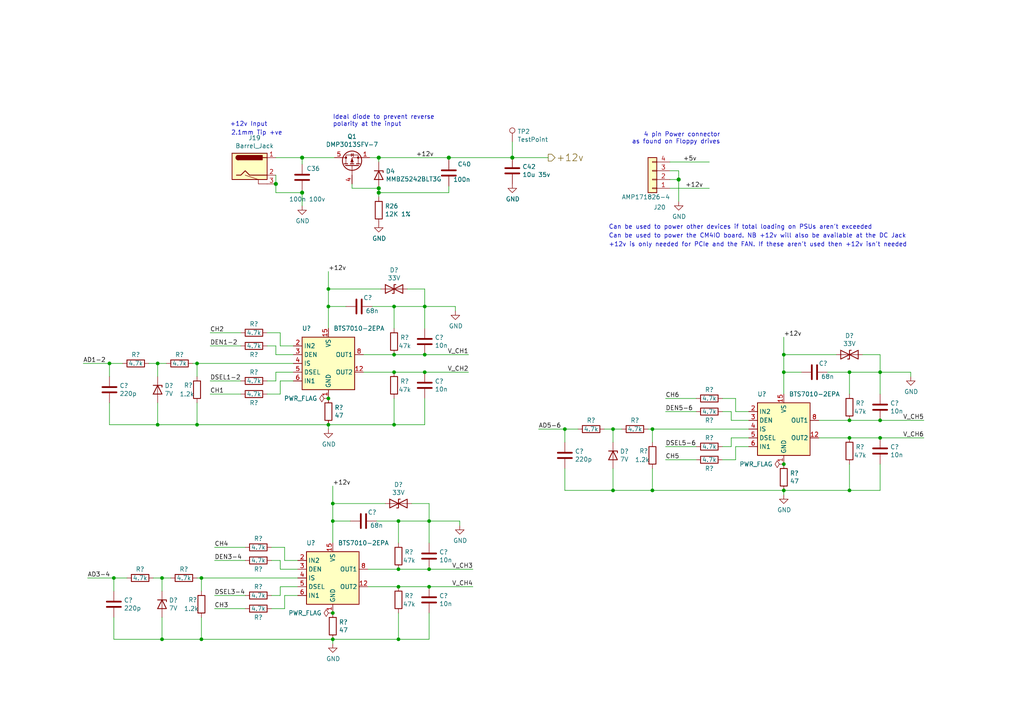
<source format=kicad_sch>
(kicad_sch (version 20210621) (generator eeschema)
  (paper "A4")
  (title_block (title "Astro Compute Module 4 - PSU") (date "2021-07-27") (rev "1") (company "Andrew Chittams") (comment 1 "https://github.com/chittams/AstroCM4") (comment 2 "www.raspberrypi.org"))
  (lib_symbols
    (symbol "CM4IO:Barrel_Jack"
      (property "Reference" "J" (at 0 5.334 0))
      (property "Value" "Barrel_Jack" (at 0 -5.08 0))
      (symbol "Barrel_Jack_1_1"
        (pin passive line (at 7.62 2.54 180) (length 2.54) (name "~") (number "1"))
        (pin passive line (at 7.62 -2.54 180) (length 2.54) (name "~") (number "2"))
        (pin passive line (at 7.62 -5.08 180) (length 2.54) (name "~") (number "3"))
      )
    )
    (symbol "Connector:TestPoint" (pin_numbers hide) (pin_names (offset 0.762) hide)
      (property "Reference" "TP" (at 0 6.858 0))
      (property "Value" "TestPoint" (at 0 5.08 0))
      (symbol "TestPoint_1_1"
        (pin passive line (at 0 0 90) (length 2.54) (name "1") (number "1"))
      )
    )
    (symbol "Connector_Generic:Conn_01x04" (pin_names hide)
      (property "Reference" "J" (at 0 5.08 0))
      (property "Value" "Conn_01x04" (at 0 -7.62 0))
      (symbol "Conn_01x04_1_1"
        (pin passive line (at -5.08 2.54 0) (length 3.81) (name "Pin_1") (number "1"))
        (pin passive line (at -5.08 0 0) (length 3.81) (name "Pin_2") (number "2"))
        (pin passive line (at -5.08 -2.54 0) (length 3.81) (name "Pin_3") (number "3"))
        (pin passive line (at -5.08 -5.08 0) (length 3.81) (name "Pin_4") (number "4"))
      )
    )
    (symbol "Device:C" (pin_numbers hide) (pin_names (offset 0.254))
      (property "Reference" "C" (at 0.635 2.54 0))
      (property "Value" "C" (at 0.635 -2.54 0))
      (symbol "C_1_1"
        (pin passive line (at 0 3.81 270) (length 2.794) (name "~") (number "1"))
        (pin passive line (at 0 -3.81 90) (length 2.794) (name "~") (number "2"))
      )
    )
    (symbol "Device:R" (pin_numbers hide) (pin_names (offset 0))
      (property "Reference" "R" (at 2.032 0 90))
      (property "Value" "R" (at 0 0 90))
      (symbol "R_1_1"
        (pin passive line (at 0 3.81 270) (length 1.27) (name "~") (number "1"))
        (pin passive line (at 0 -3.81 90) (length 1.27) (name "~") (number "2"))
      )
    )
    (symbol "Diode:BZX84Cxx" (pin_numbers hide) (pin_names hide)
      (property "Reference" "D" (at 0 2.54 0))
      (property "Value" "BZX84Cxx" (at 0 -2.54 0))
      (symbol "BZX84Cxx_1_1"
        (pin passive line (at -3.81 0 0) (length 2.54) (name "K") (number "1"))
        (pin passive line (at 3.81 0 180) (length 2.54) (name "A") (number "2"))
      )
    )
    (symbol "Transistor_FET:DMP3013SFV" (pin_names hide)
      (property "Reference" "Q" (at 5.08 1.905 0))
      (property "Value" "DMP3013SFV" (at 5.08 0 0))
      (symbol "DMP3013SFV_1_1"
        (pin passive line (at 2.54 -5.08 90) (length 2.54) (name "S") (number "1"))
        (pin passive line (at 2.54 -5.08 90) (length 2.54) hide (name "S") (number "2"))
        (pin passive line (at 2.54 -5.08 90) (length 2.54) hide (name "S") (number "3"))
        (pin passive line (at -5.08 0 0) (length 2.54) (name "G") (number "4"))
        (pin passive line (at 2.54 5.08 270) (length 2.54) (name "D") (number "5"))
      )
    )
    (symbol "astrohat-rescue:C-Device" (pin_numbers hide) (pin_names (offset 0.254))
      (property "Reference" "C" (at 0.635 2.54 0))
      (property "Value" "C-Device" (at 0.635 -2.54 0))
      (symbol "C-Device_1_1"
        (pin passive line (at 0 3.81 270) (length 2.794) (name "~") (number "1"))
        (pin passive line (at 0 -3.81 90) (length 2.794) (name "~") (number "2"))
      )
    )
    (symbol "astrohat-rescue:D_TVS-Device" (pin_numbers hide) (pin_names (offset 1.016) hide)
      (property "Reference" "D" (at 0 2.54 0))
      (property "Value" "D_TVS-Device" (at 0 -2.54 0))
      (symbol "D_TVS-Device_1_1"
        (pin passive line (at -3.81 0 0) (length 2.54) (name "A1") (number "1"))
        (pin passive line (at 3.81 0 180) (length 2.54) (name "A2") (number "2"))
      )
    )
    (symbol "astrohat-rescue:D_Zener-Device" (pin_numbers hide) (pin_names (offset 1.016) hide)
      (property "Reference" "D" (at 0 2.54 0))
      (property "Value" "D_Zener-Device" (at 0 -2.54 0))
      (symbol "D_Zener-Device_1_1"
        (pin passive line (at -3.81 0 0) (length 2.54) (name "K") (number "1"))
        (pin passive line (at 3.81 0 180) (length 2.54) (name "A") (number "2"))
      )
    )
    (symbol "astrohat-rescue:GND-power" (power) (pin_names (offset 0))
      (property "Value" "GND-power" (at 0 -3.81 0))
      (symbol "GND-power_1_1"
        (pin power_in line (at 0 0 270) (length 0) hide (name "GND") (number "1"))
      )
    )
    (symbol "astrohat-rescue:PWR_FLAG-power" (power) (pin_numbers hide) (pin_names (offset 0) hide)
      (property "Value" "PWR_FLAG-power" (at 0 3.81 0))
      (symbol "PWR_FLAG-power_0_0"
        (pin power_out line (at 0 0 90) (length 0) (name "pwr") (number "1"))
      )
    )
    (symbol "astrohat-rescue:R-Device" (pin_numbers hide) (pin_names (offset 0))
      (property "Reference" "R" (at 2.032 0 90))
      (property "Value" "R-Device" (at 0 0 90))
      (symbol "R-Device_1_1"
        (pin passive line (at 0 3.81 270) (length 1.27) (name "~") (number "1"))
        (pin passive line (at 0 -3.81 90) (length 1.27) (name "~") (number "2"))
      )
    )
    (symbol "astrohat:BTS7010-2EPA"
      (property "Reference" "U" (at -7.62 10.16 0))
      (property "Value" "BTS7010-2EPA" (at 10.16 10.16 0))
      (symbol "BTS7010-2EPA_1_1"
        (pin power_in line (at 0 -10.16 90) (length 2.54) (name "GND") (number "1"))
        (pin passive line (at 10.16 2.54 180) (length 2.54) hide (name "OUT1") (number "10"))
        (pin no_connect line (at 7.62 5.08 180) (length 2.54) hide (name "NC") (number "11"))
        (pin power_out line (at 10.16 -2.54 180) (length 2.54) (name "OUT2") (number "12"))
        (pin passive line (at 10.16 -2.54 180) (length 2.54) hide (name "OUT2") (number "13"))
        (pin passive line (at 10.16 -2.54 180) (length 2.54) hide (name "OUT2") (number "14"))
        (pin power_in line (at 0 10.16 270) (length 2.54) (name "VS") (number "15"))
        (pin input line (at -10.16 5.08 0) (length 2.54) (name "IN2") (number "2"))
        (pin input line (at -10.16 2.54 0) (length 2.54) (name "DEN") (number "3"))
        (pin output line (at -10.16 0 0) (length 2.54) (name "IS") (number "4"))
        (pin input line (at -10.16 -2.54 0) (length 2.54) (name "DSEL") (number "5"))
        (pin input line (at -10.16 -5.08 0) (length 2.54) (name "IN1") (number "6"))
        (pin no_connect line (at 7.62 -5.08 180) (length 2.54) hide (name "NC") (number "7"))
        (pin power_out line (at 10.16 2.54 180) (length 2.54) (name "OUT1") (number "8"))
        (pin passive line (at 10.16 2.54 180) (length 2.54) hide (name "OUT1") (number "9"))
      )
    )
    (symbol "power:GND" (power) (pin_names (offset 0))
      (property "Value" "GND" (at 0 -3.81 0))
      (symbol "GND_1_1"
        (pin power_in line (at 0 0 270) (length 0) hide (name "GND") (number "1"))
      )
    )
  )
  (junction (at 31.75 105.41) (diameter 0.9144))
  (junction (at 33.02 167.64) (diameter 0.9144))
  (junction (at 45.72 105.41) (diameter 0.9144))
  (junction (at 45.72 123.19) (diameter 0.9144))
  (junction (at 46.99 167.64) (diameter 0.9144))
  (junction (at 46.99 185.42) (diameter 0.9144))
  (junction (at 57.15 105.41) (diameter 0.9144))
  (junction (at 57.15 123.19) (diameter 0.9144))
  (junction (at 58.42 167.64) (diameter 0.9144))
  (junction (at 58.42 185.42) (diameter 0.9144))
  (junction (at 80.01 53.34) (diameter 1.016))
  (junction (at 87.63 45.72) (diameter 1.016))
  (junction (at 87.63 55.88) (diameter 1.016))
  (junction (at 95.25 83.82) (diameter 0.9144))
  (junction (at 95.25 88.9) (diameter 0.9144))
  (junction (at 95.25 115.57) (diameter 0.9144))
  (junction (at 95.25 123.19) (diameter 0.9144))
  (junction (at 96.52 146.05) (diameter 0.9144))
  (junction (at 96.52 151.13) (diameter 0.9144))
  (junction (at 96.52 177.8) (diameter 0.9144))
  (junction (at 96.52 185.42) (diameter 0.9144))
  (junction (at 109.855 45.72) (diameter 1.016))
  (junction (at 109.855 54.61) (diameter 1.016))
  (junction (at 109.855 55.88) (diameter 1.016))
  (junction (at 114.3 88.9) (diameter 0.9144))
  (junction (at 114.3 102.87) (diameter 0.9144))
  (junction (at 114.3 107.95) (diameter 0.9144))
  (junction (at 114.3 123.19) (diameter 0.9144))
  (junction (at 115.57 151.13) (diameter 0.9144))
  (junction (at 115.57 165.1) (diameter 0.9144))
  (junction (at 115.57 170.18) (diameter 0.9144))
  (junction (at 115.57 185.42) (diameter 0.9144))
  (junction (at 123.19 88.9) (diameter 0.9144))
  (junction (at 123.19 102.87) (diameter 0.9144))
  (junction (at 123.19 107.95) (diameter 0.9144))
  (junction (at 124.46 151.13) (diameter 0.9144))
  (junction (at 124.46 165.1) (diameter 0.9144))
  (junction (at 124.46 170.18) (diameter 0.9144))
  (junction (at 130.175 45.72) (diameter 1.016))
  (junction (at 148.59 45.72) (diameter 1.016))
  (junction (at 163.83 124.46) (diameter 0.9144))
  (junction (at 177.8 124.46) (diameter 0.9144))
  (junction (at 177.8 142.24) (diameter 0.9144))
  (junction (at 189.23 124.46) (diameter 0.9144))
  (junction (at 189.23 142.24) (diameter 0.9144))
  (junction (at 196.85 52.07) (diameter 1.016))
  (junction (at 227.33 102.87) (diameter 0.9144))
  (junction (at 227.33 107.95) (diameter 0.9144))
  (junction (at 227.33 134.62) (diameter 0.9144))
  (junction (at 227.33 142.24) (diameter 0.9144))
  (junction (at 246.38 107.95) (diameter 0.9144))
  (junction (at 246.38 121.92) (diameter 0.9144))
  (junction (at 246.38 127) (diameter 0.9144))
  (junction (at 246.38 142.24) (diameter 0.9144))
  (junction (at 255.27 107.95) (diameter 0.9144))
  (junction (at 255.27 121.92) (diameter 0.9144))
  (junction (at 255.27 127) (diameter 0.9144))
  (wire (pts (xy 24.13 105.41) (xy 31.75 105.41)))
  (wire (pts (xy 25.4 167.64) (xy 33.02 167.64)))
  (wire (pts (xy 31.75 105.41) (xy 35.56 105.41)))
  (wire (pts (xy 31.75 109.22) (xy 31.75 105.41)))
  (wire (pts (xy 31.75 116.84) (xy 31.75 123.19)))
  (wire (pts (xy 31.75 123.19) (xy 45.72 123.19)))
  (wire (pts (xy 33.02 167.64) (xy 36.83 167.64)))
  (wire (pts (xy 33.02 171.45) (xy 33.02 167.64)))
  (wire (pts (xy 33.02 179.07) (xy 33.02 185.42)))
  (wire (pts (xy 33.02 185.42) (xy 46.99 185.42)))
  (wire (pts (xy 43.18 105.41) (xy 45.72 105.41)))
  (wire (pts (xy 44.45 167.64) (xy 46.99 167.64)))
  (wire (pts (xy 45.72 105.41) (xy 45.72 109.22)))
  (wire (pts (xy 45.72 116.84) (xy 45.72 123.19)))
  (wire (pts (xy 45.72 123.19) (xy 57.15 123.19)))
  (wire (pts (xy 46.99 167.64) (xy 46.99 171.45)))
  (wire (pts (xy 46.99 179.07) (xy 46.99 185.42)))
  (wire (pts (xy 46.99 185.42) (xy 58.42 185.42)))
  (wire (pts (xy 48.26 105.41) (xy 45.72 105.41)))
  (wire (pts (xy 49.53 167.64) (xy 46.99 167.64)))
  (wire (pts (xy 57.15 105.41) (xy 55.88 105.41)))
  (wire (pts (xy 57.15 109.22) (xy 57.15 105.41)))
  (wire (pts (xy 57.15 116.84) (xy 57.15 123.19)))
  (wire (pts (xy 57.15 123.19) (xy 95.25 123.19)))
  (wire (pts (xy 58.42 167.64) (xy 57.15 167.64)))
  (wire (pts (xy 58.42 171.45) (xy 58.42 167.64)))
  (wire (pts (xy 58.42 179.07) (xy 58.42 185.42)))
  (wire (pts (xy 58.42 185.42) (xy 96.52 185.42)))
  (wire (pts (xy 60.96 100.33) (xy 69.85 100.33)))
  (wire (pts (xy 62.23 162.56) (xy 71.12 162.56)))
  (wire (pts (xy 69.85 96.52) (xy 60.96 96.52)))
  (wire (pts (xy 69.85 110.49) (xy 60.96 110.49)))
  (wire (pts (xy 69.85 114.3) (xy 60.96 114.3)))
  (wire (pts (xy 71.12 158.75) (xy 62.23 158.75)))
  (wire (pts (xy 71.12 172.72) (xy 62.23 172.72)))
  (wire (pts (xy 71.12 176.53) (xy 62.23 176.53)))
  (wire (pts (xy 77.47 100.33) (xy 80.01 100.33)))
  (wire (pts (xy 77.47 114.3) (xy 81.28 114.3)))
  (wire (pts (xy 78.74 162.56) (xy 81.28 162.56)))
  (wire (pts (xy 78.74 176.53) (xy 82.55 176.53)))
  (wire (pts (xy 80.01 45.72) (xy 87.63 45.72)))
  (wire (pts (xy 80.01 53.34) (xy 80.01 50.8)))
  (wire (pts (xy 80.01 55.88) (xy 80.01 53.34)))
  (wire (pts (xy 80.01 55.88) (xy 87.63 55.88)))
  (wire (pts (xy 80.01 100.33) (xy 80.01 102.87)))
  (wire (pts (xy 80.01 102.87) (xy 85.09 102.87)))
  (wire (pts (xy 80.01 107.95) (xy 80.01 110.49)))
  (wire (pts (xy 80.01 110.49) (xy 77.47 110.49)))
  (wire (pts (xy 81.28 96.52) (xy 77.47 96.52)))
  (wire (pts (xy 81.28 100.33) (xy 81.28 96.52)))
  (wire (pts (xy 81.28 110.49) (xy 85.09 110.49)))
  (wire (pts (xy 81.28 114.3) (xy 81.28 110.49)))
  (wire (pts (xy 81.28 162.56) (xy 81.28 165.1)))
  (wire (pts (xy 81.28 165.1) (xy 86.36 165.1)))
  (wire (pts (xy 81.28 170.18) (xy 81.28 172.72)))
  (wire (pts (xy 81.28 172.72) (xy 78.74 172.72)))
  (wire (pts (xy 82.55 158.75) (xy 78.74 158.75)))
  (wire (pts (xy 82.55 162.56) (xy 82.55 158.75)))
  (wire (pts (xy 82.55 172.72) (xy 86.36 172.72)))
  (wire (pts (xy 82.55 176.53) (xy 82.55 172.72)))
  (wire (pts (xy 85.09 100.33) (xy 81.28 100.33)))
  (wire (pts (xy 85.09 105.41) (xy 57.15 105.41)))
  (wire (pts (xy 85.09 107.95) (xy 80.01 107.95)))
  (wire (pts (xy 86.36 162.56) (xy 82.55 162.56)))
  (wire (pts (xy 86.36 167.64) (xy 58.42 167.64)))
  (wire (pts (xy 86.36 170.18) (xy 81.28 170.18)))
  (wire (pts (xy 87.63 45.72) (xy 87.63 47.625)))
  (wire (pts (xy 87.63 45.72) (xy 97.028 45.72)))
  (wire (pts (xy 87.63 55.245) (xy 87.63 55.88)))
  (wire (pts (xy 87.63 55.88) (xy 87.63 59.69)))
  (wire (pts (xy 95.25 83.82) (xy 95.25 78.74)))
  (wire (pts (xy 95.25 83.82) (xy 95.25 88.9)))
  (wire (pts (xy 95.25 88.9) (xy 95.25 95.25)))
  (wire (pts (xy 95.25 123.19) (xy 114.3 123.19)))
  (wire (pts (xy 95.25 124.46) (xy 95.25 123.19)))
  (wire (pts (xy 96.52 146.05) (xy 96.52 140.97)))
  (wire (pts (xy 96.52 146.05) (xy 96.52 151.13)))
  (wire (pts (xy 96.52 151.13) (xy 96.52 157.48)))
  (wire (pts (xy 96.52 185.42) (xy 115.57 185.42)))
  (wire (pts (xy 96.52 186.69) (xy 96.52 185.42)))
  (wire (pts (xy 100.33 88.9) (xy 95.25 88.9)))
  (wire (pts (xy 101.6 151.13) (xy 96.52 151.13)))
  (wire (pts (xy 102.108 53.34) (xy 102.108 54.61)))
  (wire (pts (xy 102.108 54.61) (xy 109.855 54.61)))
  (wire (pts (xy 105.41 102.87) (xy 114.3 102.87)))
  (wire (pts (xy 105.41 107.95) (xy 114.3 107.95)))
  (wire (pts (xy 106.68 165.1) (xy 115.57 165.1)))
  (wire (pts (xy 106.68 170.18) (xy 115.57 170.18)))
  (wire (pts (xy 107.188 45.72) (xy 109.855 45.72)))
  (wire (pts (xy 107.95 88.9) (xy 114.3 88.9)))
  (wire (pts (xy 109.22 151.13) (xy 115.57 151.13)))
  (wire (pts (xy 109.855 45.72) (xy 109.855 46.99)))
  (wire (pts (xy 109.855 45.72) (xy 130.175 45.72)))
  (wire (pts (xy 109.855 54.61) (xy 109.855 55.88)))
  (wire (pts (xy 109.855 55.88) (xy 109.855 57.15)))
  (wire (pts (xy 109.855 55.88) (xy 130.175 55.88)))
  (wire (pts (xy 110.49 83.82) (xy 95.25 83.82)))
  (wire (pts (xy 111.76 146.05) (xy 96.52 146.05)))
  (wire (pts (xy 114.3 88.9) (xy 123.19 88.9)))
  (wire (pts (xy 114.3 95.25) (xy 114.3 88.9)))
  (wire (pts (xy 114.3 102.87) (xy 123.19 102.87)))
  (wire (pts (xy 114.3 107.95) (xy 123.19 107.95)))
  (wire (pts (xy 114.3 123.19) (xy 114.3 115.57)))
  (wire (pts (xy 114.3 123.19) (xy 123.19 123.19)))
  (wire (pts (xy 115.57 151.13) (xy 124.46 151.13)))
  (wire (pts (xy 115.57 157.48) (xy 115.57 151.13)))
  (wire (pts (xy 115.57 165.1) (xy 124.46 165.1)))
  (wire (pts (xy 115.57 170.18) (xy 124.46 170.18)))
  (wire (pts (xy 115.57 185.42) (xy 115.57 177.8)))
  (wire (pts (xy 115.57 185.42) (xy 124.46 185.42)))
  (wire (pts (xy 118.11 83.82) (xy 123.19 83.82)))
  (wire (pts (xy 119.38 146.05) (xy 124.46 146.05)))
  (wire (pts (xy 123.19 83.82) (xy 123.19 88.9)))
  (wire (pts (xy 123.19 88.9) (xy 132.08 88.9)))
  (wire (pts (xy 123.19 95.25) (xy 123.19 88.9)))
  (wire (pts (xy 123.19 102.87) (xy 135.89 102.87)))
  (wire (pts (xy 123.19 107.95) (xy 135.89 107.95)))
  (wire (pts (xy 123.19 123.19) (xy 123.19 115.57)))
  (wire (pts (xy 124.46 146.05) (xy 124.46 151.13)))
  (wire (pts (xy 124.46 151.13) (xy 133.35 151.13)))
  (wire (pts (xy 124.46 157.48) (xy 124.46 151.13)))
  (wire (pts (xy 124.46 165.1) (xy 137.16 165.1)))
  (wire (pts (xy 124.46 170.18) (xy 137.16 170.18)))
  (wire (pts (xy 124.46 185.42) (xy 124.46 177.8)))
  (wire (pts (xy 130.175 45.72) (xy 130.175 46.355)))
  (wire (pts (xy 130.175 45.72) (xy 148.59 45.72)))
  (wire (pts (xy 130.175 55.88) (xy 130.175 53.975)))
  (wire (pts (xy 132.08 88.9) (xy 132.08 90.17)))
  (wire (pts (xy 133.35 151.13) (xy 133.35 152.4)))
  (wire (pts (xy 148.59 41.148) (xy 148.59 45.72)))
  (wire (pts (xy 148.59 45.72) (xy 159.004 45.72)))
  (wire (pts (xy 156.21 124.46) (xy 163.83 124.46)))
  (wire (pts (xy 163.83 124.46) (xy 167.64 124.46)))
  (wire (pts (xy 163.83 128.27) (xy 163.83 124.46)))
  (wire (pts (xy 163.83 135.89) (xy 163.83 142.24)))
  (wire (pts (xy 163.83 142.24) (xy 177.8 142.24)))
  (wire (pts (xy 175.26 124.46) (xy 177.8 124.46)))
  (wire (pts (xy 177.8 124.46) (xy 177.8 128.27)))
  (wire (pts (xy 177.8 135.89) (xy 177.8 142.24)))
  (wire (pts (xy 177.8 142.24) (xy 189.23 142.24)))
  (wire (pts (xy 180.34 124.46) (xy 177.8 124.46)))
  (wire (pts (xy 189.23 124.46) (xy 187.96 124.46)))
  (wire (pts (xy 189.23 128.27) (xy 189.23 124.46)))
  (wire (pts (xy 189.23 135.89) (xy 189.23 142.24)))
  (wire (pts (xy 189.23 142.24) (xy 227.33 142.24)))
  (wire (pts (xy 193.04 119.38) (xy 201.93 119.38)))
  (wire (pts (xy 194.31 46.99) (xy 205.74 46.99)))
  (wire (pts (xy 194.31 49.53) (xy 196.85 49.53)))
  (wire (pts (xy 194.31 52.07) (xy 196.85 52.07)))
  (wire (pts (xy 194.31 54.61) (xy 205.74 54.61)))
  (wire (pts (xy 196.85 49.53) (xy 196.85 52.07)))
  (wire (pts (xy 196.85 52.07) (xy 196.85 58.42)))
  (wire (pts (xy 201.93 115.57) (xy 193.04 115.57)))
  (wire (pts (xy 201.93 129.54) (xy 193.04 129.54)))
  (wire (pts (xy 201.93 133.35) (xy 193.04 133.35)))
  (wire (pts (xy 209.55 119.38) (xy 212.09 119.38)))
  (wire (pts (xy 209.55 133.35) (xy 213.36 133.35)))
  (wire (pts (xy 212.09 119.38) (xy 212.09 121.92)))
  (wire (pts (xy 212.09 121.92) (xy 217.17 121.92)))
  (wire (pts (xy 212.09 127) (xy 212.09 129.54)))
  (wire (pts (xy 212.09 129.54) (xy 209.55 129.54)))
  (wire (pts (xy 213.36 115.57) (xy 209.55 115.57)))
  (wire (pts (xy 213.36 119.38) (xy 213.36 115.57)))
  (wire (pts (xy 213.36 129.54) (xy 217.17 129.54)))
  (wire (pts (xy 213.36 133.35) (xy 213.36 129.54)))
  (wire (pts (xy 217.17 119.38) (xy 213.36 119.38)))
  (wire (pts (xy 217.17 124.46) (xy 189.23 124.46)))
  (wire (pts (xy 217.17 127) (xy 212.09 127)))
  (wire (pts (xy 227.33 102.87) (xy 227.33 97.79)))
  (wire (pts (xy 227.33 102.87) (xy 227.33 107.95)))
  (wire (pts (xy 227.33 107.95) (xy 227.33 114.3)))
  (wire (pts (xy 227.33 142.24) (xy 246.38 142.24)))
  (wire (pts (xy 227.33 143.51) (xy 227.33 142.24)))
  (wire (pts (xy 232.41 107.95) (xy 227.33 107.95)))
  (wire (pts (xy 237.49 121.92) (xy 246.38 121.92)))
  (wire (pts (xy 237.49 127) (xy 246.38 127)))
  (wire (pts (xy 240.03 107.95) (xy 246.38 107.95)))
  (wire (pts (xy 242.57 102.87) (xy 227.33 102.87)))
  (wire (pts (xy 246.38 107.95) (xy 255.27 107.95)))
  (wire (pts (xy 246.38 114.3) (xy 246.38 107.95)))
  (wire (pts (xy 246.38 121.92) (xy 255.27 121.92)))
  (wire (pts (xy 246.38 127) (xy 255.27 127)))
  (wire (pts (xy 246.38 142.24) (xy 246.38 134.62)))
  (wire (pts (xy 246.38 142.24) (xy 255.27 142.24)))
  (wire (pts (xy 250.19 102.87) (xy 255.27 102.87)))
  (wire (pts (xy 255.27 102.87) (xy 255.27 107.95)))
  (wire (pts (xy 255.27 107.95) (xy 264.16 107.95)))
  (wire (pts (xy 255.27 114.3) (xy 255.27 107.95)))
  (wire (pts (xy 255.27 121.92) (xy 267.97 121.92)))
  (wire (pts (xy 255.27 127) (xy 267.97 127)))
  (wire (pts (xy 255.27 142.24) (xy 255.27 134.62)))
  (wire (pts (xy 264.16 107.95) (xy 264.16 109.22)))
  (text "+12v Input" (at 66.675 36.83 0) (effects (font (size 1.27 1.27)) (justify left bottom)))
  (text "2.1mm Tip +ve" (at 81.915 39.37 180) (effects (font (size 1.27 1.27)) (justify right bottom)))
  (text "Ideal diode to prevent reverse\npolarity at the input" (at 96.52 36.83 0) (effects (font (size 1.27 1.27)) (justify left bottom)))
  (text "Can be used to power other devices if total loading on PSUs aren't exceeded" (at 176.53 66.675 0) (effects (font (size 1.27 1.27)) (justify left bottom)))
  (text "Can be used to power the CM4IO board. NB +12v will also be available at the DC Jack" (at 176.53 69.215 0) (effects (font (size 1.27 1.27)) (justify left bottom)))
  (text "+12v is only needed for PCIe and the FAN. If these aren't used then +12v isn't needed" (at 176.53 71.755 0) (effects (font (size 1.27 1.27)) (justify left bottom)))
  (text "4 pin Power connector\nas found on Floppy drives" (at 208.915 41.91 180) (effects (font (size 1.27 1.27)) (justify right bottom)))
  (label "AD1-2" (at 24.13 105.41 0))
  (label "AD3-4" (at 25.4 167.64 0))
  (label "CH2" (at 60.96 96.52 0))
  (label "DEN1-2" (at 60.96 100.33 0))
  (label "DSEL1-2" (at 60.96 110.49 0))
  (label "CH1" (at 60.96 114.3 0))
  (label "CH4" (at 62.23 158.75 0))
  (label "DEN3-4" (at 62.23 162.56 0))
  (label "DSEL3-4" (at 62.23 172.72 0))
  (label "CH3" (at 62.23 176.53 0))
  (label "+12v" (at 95.25 78.74 0))
  (label "+12v" (at 96.52 140.97 0))
  (label "+12v" (at 120.65 45.72 0))
  (label "V_CH1" (at 135.89 102.87 180))
  (label "V_CH2" (at 135.89 107.95 180))
  (label "V_CH3" (at 137.16 165.1 180))
  (label "V_CH4" (at 137.16 170.18 180))
  (label "AD5-6" (at 156.21 124.46 0))
  (label "CH6" (at 193.04 115.57 0))
  (label "DEN5-6" (at 193.04 119.38 0))
  (label "DSEL5-6" (at 193.04 129.54 0))
  (label "CH5" (at 193.04 133.35 0))
  (label "+5v" (at 198.12 46.99 0))
  (label "+12v" (at 198.755 54.61 0))
  (label "+12v" (at 227.33 97.79 0))
  (label "V_CH5" (at 267.97 121.92 180))
  (label "V_CH6" (at 267.97 127 180))
  (hierarchical_label "+12v" (shape output) (at 159.004 45.72 0) (effects (font (size 2.0066 2.0066))))
  (symbol (lib_id "astrohat-rescue:PWR_FLAG-power") (at 95.25 115.57 90) (unit 1)
    (property "Reference" "#FLG?" (effects hide))
    (property "Value" "PWR_FLAG" (at 92.0242 115.57 90) (effects (justify left)))
  )
  (symbol (lib_id "astrohat-rescue:PWR_FLAG-power") (at 96.52 177.8 90) (unit 1)
    (property "Reference" "#FLG?" (effects hide))
    (property "Value" "PWR_FLAG" (at 93.2942 177.8 90) (effects (justify left)))
  )
  (symbol (lib_id "astrohat-rescue:PWR_FLAG-power") (at 227.33 134.62 90) (unit 1)
    (property "Reference" "#FLG?" (effects hide))
    (property "Value" "PWR_FLAG" (at 224.1042 134.62 90) (effects (justify left)))
  )
  (symbol (lib_id "Connector:TestPoint") (at 148.59 41.148 0) (unit 1)
    (property "Reference" "TP2" (at 150.0632 38.1508 0) (effects (justify left)))
    (property "Value" "TestPoint" (at 150.0632 40.4622 0) (effects (justify left)))
    (property "Footprint" "TestPoint:TestPoint_Pad_2.0x2.0mm" (effects hide))
    (property "Field4" "nf" (effects hide))
    (property "Field5" "nf" (effects hide))
    (property "Field6" "nf" (effects hide))
    (property "Field7" "nf" (effects hide))
  )
  (symbol (lib_id "power:GND") (at 87.63 59.69 0) (unit 1)
    (property "Reference" "#PWR041" (effects hide))
    (property "Value" "GND" (at 87.757 64.0842 0))
  )
  (symbol (lib_id "astrohat-rescue:GND-power") (at 95.25 124.46 0) (unit 1)
    (property "Reference" "#PWR?" (effects hide))
    (property "Value" "GND" (at 95.377 128.8542 0))
  )
  (symbol (lib_id "astrohat-rescue:GND-power") (at 96.52 186.69 0) (unit 1)
    (property "Reference" "#PWR?" (effects hide))
    (property "Value" "GND" (at 96.647 191.0842 0))
  )
  (symbol (lib_id "power:GND") (at 109.855 64.77 0) (unit 1)
    (property "Reference" "#PWR042" (effects hide))
    (property "Value" "GND" (at 109.982 69.1642 0))
  )
  (symbol (lib_id "astrohat-rescue:GND-power") (at 132.08 90.17 0) (unit 1)
    (property "Reference" "#PWR?" (effects hide))
    (property "Value" "GND" (at 132.207 94.5642 0))
  )
  (symbol (lib_id "astrohat-rescue:GND-power") (at 133.35 152.4 0) (unit 1)
    (property "Reference" "#PWR?" (effects hide))
    (property "Value" "GND" (at 133.477 156.7942 0))
  )
  (symbol (lib_id "power:GND") (at 148.59 53.34 0) (unit 1)
    (property "Reference" "#PWR043" (effects hide))
    (property "Value" "GND" (at 148.717 57.7342 0))
  )
  (symbol (lib_id "power:GND") (at 196.85 58.42 0) (unit 1)
    (property "Reference" "#PWR045" (effects hide))
    (property "Value" "GND" (at 196.977 62.8142 0))
  )
  (symbol (lib_id "astrohat-rescue:GND-power") (at 227.33 143.51 0) (unit 1)
    (property "Reference" "#PWR?" (effects hide))
    (property "Value" "GND" (at 227.457 147.9042 0))
  )
  (symbol (lib_id "astrohat-rescue:GND-power") (at 264.16 109.22 0) (unit 1)
    (property "Reference" "#PWR?" (effects hide))
    (property "Value" "GND" (at 264.287 113.6142 0))
  )
  (symbol (lib_id "astrohat-rescue:R-Device") (at 39.37 105.41 270) (unit 1)
    (property "Reference" "R?" (at 39.37 102.87 90))
    (property "Value" "4.7k" (at 39.37 105.41 90))
    (property "Footprint" "Resistor_SMD:R_0603_1608Metric_Pad1.05x0.95mm_HandSolder" (effects hide))
    (property "MFN" "Panasonic" (effects hide))
    (property "MFP" "ERJ-3EKF4701V" (effects hide))
    (property "Part Number" "ERJ-3EKF4701V" (effects hide))
  )
  (symbol (lib_id "astrohat-rescue:R-Device") (at 40.64 167.64 270) (unit 1)
    (property "Reference" "R?" (at 40.64 165.1 90))
    (property "Value" "4.7k" (at 40.64 167.64 90))
    (property "Footprint" "Resistor_SMD:R_0603_1608Metric_Pad1.05x0.95mm_HandSolder" (effects hide))
    (property "MFN" "Panasonic" (effects hide))
    (property "MFP" "ERJ-3EKF4701V" (effects hide))
    (property "Part Number" "ERJ-3EKF4701V" (effects hide))
  )
  (symbol (lib_id "astrohat-rescue:R-Device") (at 52.07 105.41 270) (unit 1)
    (property "Reference" "R?" (at 52.07 102.87 90))
    (property "Value" "4.7k" (at 52.07 105.41 90))
    (property "Footprint" "Resistor_SMD:R_0603_1608Metric_Pad1.05x0.95mm_HandSolder" (effects hide))
    (property "MFN" "Panasonic" (effects hide))
    (property "MFP" "ERJ-3EKF4701V" (effects hide))
    (property "Part Number" "ERJ-3EKF4701V" (effects hide))
  )
  (symbol (lib_id "astrohat-rescue:R-Device") (at 53.34 167.64 270) (unit 1)
    (property "Reference" "R?" (at 53.34 165.1 90))
    (property "Value" "4.7k" (at 53.34 167.64 90))
    (property "Footprint" "Resistor_SMD:R_0603_1608Metric_Pad1.05x0.95mm_HandSolder" (effects hide))
    (property "MFN" "Panasonic" (effects hide))
    (property "MFP" "ERJ-3EKF4701V" (effects hide))
    (property "Part Number" "ERJ-3EKF4701V" (effects hide))
  )
  (symbol (lib_id "astrohat-rescue:R-Device") (at 57.15 113.03 0) (unit 1)
    (property "Reference" "R?" (at 53.34 111.76 0) (effects (justify left)))
    (property "Value" "1.2k" (at 52.07 114.3 0) (effects (justify left)))
    (property "Footprint" "Resistor_SMD:R_0603_1608Metric_Pad1.05x0.95mm_HandSolder" (effects hide))
    (property "MFN" "Panasonic" (effects hide))
    (property "MFP" "ERJ-3EKF1201V" (effects hide))
    (property "Part Number" "ERJ-3EKF1201V" (effects hide))
  )
  (symbol (lib_id "astrohat-rescue:R-Device") (at 58.42 175.26 0) (unit 1)
    (property "Reference" "R?" (at 54.61 173.99 0) (effects (justify left)))
    (property "Value" "1.2k" (at 53.34 176.53 0) (effects (justify left)))
    (property "Footprint" "Resistor_SMD:R_0603_1608Metric_Pad1.05x0.95mm_HandSolder" (effects hide))
    (property "MFN" "Panasonic" (effects hide))
    (property "MFP" "ERJ-3EKF1201V" (effects hide))
    (property "Part Number" "ERJ-3EKF1201V" (effects hide))
  )
  (symbol (lib_id "astrohat-rescue:R-Device") (at 73.66 96.52 270) (unit 1)
    (property "Reference" "R?" (at 73.66 93.98 90))
    (property "Value" "4.7k" (at 73.66 96.52 90))
    (property "Footprint" "Resistor_SMD:R_0603_1608Metric_Pad1.05x0.95mm_HandSolder" (effects hide))
    (property "MFN" "Panasonic" (effects hide))
    (property "MFP" "ERJ-3EKF4701V" (effects hide))
    (property "Part Number" "ERJ-3EKF4701V" (effects hide))
  )
  (symbol (lib_id "astrohat-rescue:R-Device") (at 73.66 100.33 270) (unit 1)
    (property "Reference" "R?" (at 73.66 102.87 90))
    (property "Value" "4.7k" (at 73.66 100.33 90))
    (property "Footprint" "Resistor_SMD:R_0603_1608Metric_Pad1.05x0.95mm_HandSolder" (effects hide))
    (property "MFN" "Panasonic" (effects hide))
    (property "MFP" "ERJ-3EKF4701V" (effects hide))
    (property "Part Number" "ERJ-3EKF4701V" (effects hide))
  )
  (symbol (lib_id "astrohat-rescue:R-Device") (at 73.66 110.49 270) (unit 1)
    (property "Reference" "R?" (at 73.66 107.95 90))
    (property "Value" "4.7k" (at 73.66 110.49 90))
    (property "Footprint" "Resistor_SMD:R_0603_1608Metric_Pad1.05x0.95mm_HandSolder" (effects hide))
    (property "MFN" "Panasonic" (effects hide))
    (property "MFP" "ERJ-3EKF4701V" (effects hide))
    (property "Part Number" "ERJ-3EKF4701V" (effects hide))
  )
  (symbol (lib_id "astrohat-rescue:R-Device") (at 73.66 114.3 270) (unit 1)
    (property "Reference" "R?" (at 73.66 116.84 90))
    (property "Value" "4.7k" (at 73.66 114.3 90))
    (property "Footprint" "Resistor_SMD:R_0603_1608Metric_Pad1.05x0.95mm_HandSolder" (effects hide))
    (property "MFN" "Panasonic" (effects hide))
    (property "MFP" "ERJ-3EKF4701V" (effects hide))
    (property "Part Number" "ERJ-3EKF4701V" (effects hide))
  )
  (symbol (lib_id "astrohat-rescue:R-Device") (at 74.93 158.75 270) (unit 1)
    (property "Reference" "R?" (at 74.93 156.21 90))
    (property "Value" "4.7k" (at 74.93 158.75 90))
    (property "Footprint" "Resistor_SMD:R_0603_1608Metric_Pad1.05x0.95mm_HandSolder" (effects hide))
    (property "MFN" "Panasonic" (effects hide))
    (property "MFP" "ERJ-3EKF4701V" (effects hide))
    (property "Part Number" "ERJ-3EKF4701V" (effects hide))
  )
  (symbol (lib_id "astrohat-rescue:R-Device") (at 74.93 162.56 270) (unit 1)
    (property "Reference" "R?" (at 74.93 165.1 90))
    (property "Value" "4.7k" (at 74.93 162.56 90))
    (property "Footprint" "Resistor_SMD:R_0603_1608Metric_Pad1.05x0.95mm_HandSolder" (effects hide))
    (property "MFN" "Panasonic" (effects hide))
    (property "MFP" "ERJ-3EKF4701V" (effects hide))
    (property "Part Number" "ERJ-3EKF4701V" (effects hide))
  )
  (symbol (lib_id "astrohat-rescue:R-Device") (at 74.93 172.72 270) (unit 1)
    (property "Reference" "R?" (at 74.93 170.18 90))
    (property "Value" "4.7k" (at 74.93 172.72 90))
    (property "Footprint" "Resistor_SMD:R_0603_1608Metric_Pad1.05x0.95mm_HandSolder" (effects hide))
    (property "MFN" "Panasonic" (effects hide))
    (property "MFP" "ERJ-3EKF4701V" (effects hide))
    (property "Part Number" "ERJ-3EKF4701V" (effects hide))
  )
  (symbol (lib_id "astrohat-rescue:R-Device") (at 74.93 176.53 270) (unit 1)
    (property "Reference" "R?" (at 74.93 179.07 90))
    (property "Value" "4.7k" (at 74.93 176.53 90))
    (property "Footprint" "Resistor_SMD:R_0603_1608Metric_Pad1.05x0.95mm_HandSolder" (effects hide))
    (property "MFN" "Panasonic" (effects hide))
    (property "MFP" "ERJ-3EKF4701V" (effects hide))
    (property "Part Number" "ERJ-3EKF4701V" (effects hide))
  )
  (symbol (lib_id "astrohat-rescue:R-Device") (at 95.25 119.38 0) (unit 1)
    (property "Reference" "R?" (at 97.028 118.2116 0) (effects (justify left)))
    (property "Value" "47" (at 97.028 120.523 0) (effects (justify left)))
    (property "Footprint" "Resistor_SMD:R_0603_1608Metric_Pad1.05x0.95mm_HandSolder" (effects hide))
    (property "MFN" "Panasonic" (effects hide))
    (property "MFP" "ERJ-3EKF47R0V" (effects hide))
    (property "Part Number" "ERJ-3EKF47R0V" (effects hide))
  )
  (symbol (lib_id "astrohat-rescue:R-Device") (at 96.52 181.61 0) (unit 1)
    (property "Reference" "R?" (at 98.298 180.4416 0) (effects (justify left)))
    (property "Value" "47" (at 98.298 182.753 0) (effects (justify left)))
    (property "Footprint" "Resistor_SMD:R_0603_1608Metric_Pad1.05x0.95mm_HandSolder" (effects hide))
    (property "MFN" "Panasonic" (effects hide))
    (property "MFP" "ERJ-3EKF47R0V" (effects hide))
    (property "Part Number" "ERJ-3EKF47R0V" (effects hide))
  )
  (symbol (lib_id "Device:R") (at 109.855 60.96 0) (unit 1)
    (property "Reference" "R26" (at 111.633 59.7916 0) (effects (justify left)))
    (property "Value" "12K 1%" (at 111.633 62.103 0) (effects (justify left)))
    (property "Footprint" "Resistor_SMD:R_0402_1005Metric" (effects hide))
    (property "Datasheet" "https://fscdn.rohm.com/en/products/databook/datasheet/passive/resistor/chip_resistor/mcr-e.pdf" (effects hide))
    (property "Field4" "Farnell" (effects hide))
    (property "Field5" "9239367" (effects hide))
    (property "Field7" "Rohm" (effects hide))
    (property "Field6" "MCR01MZPF1202" (effects hide))
    (property "Part Description" "Resistor 12K M1005 1% 63mW" (effects hide))
  )
  (symbol (lib_id "astrohat-rescue:R-Device") (at 114.3 99.06 0) (unit 1)
    (property "Reference" "R?" (at 116.078 97.8916 0) (effects (justify left)))
    (property "Value" "47k" (at 115.57 100.33 0) (effects (justify left)))
    (property "Footprint" "Resistor_SMD:R_0603_1608Metric_Pad1.05x0.95mm_HandSolder" (effects hide))
    (property "MFN" "Panasonic" (effects hide))
    (property "MFP" "ERJ-3EKF4702V" (effects hide))
    (property "Part Number" "ERJ-3EKF4702V" (effects hide))
  )
  (symbol (lib_id "astrohat-rescue:R-Device") (at 114.3 111.76 0) (unit 1)
    (property "Reference" "R?" (at 116.078 110.5916 0) (effects (justify left)))
    (property "Value" "47k" (at 115.57 113.03 0) (effects (justify left)))
    (property "Footprint" "Resistor_SMD:R_0603_1608Metric_Pad1.05x0.95mm_HandSolder" (effects hide))
    (property "MFN" "Panasonic" (effects hide))
    (property "MFP" "ERJ-3EKF4702V" (effects hide))
    (property "Part Number" "ERJ-3EKF4702V" (effects hide))
  )
  (symbol (lib_id "astrohat-rescue:R-Device") (at 115.57 161.29 0) (unit 1)
    (property "Reference" "R?" (at 117.348 160.1216 0) (effects (justify left)))
    (property "Value" "47k" (at 116.84 162.56 0) (effects (justify left)))
    (property "Footprint" "Resistor_SMD:R_0603_1608Metric_Pad1.05x0.95mm_HandSolder" (effects hide))
    (property "MFN" "Panasonic" (effects hide))
    (property "MFP" "ERJ-3EKF4702V" (effects hide))
    (property "Part Number" "ERJ-3EKF4702V" (effects hide))
  )
  (symbol (lib_id "astrohat-rescue:R-Device") (at 115.57 173.99 0) (unit 1)
    (property "Reference" "R?" (at 117.348 172.8216 0) (effects (justify left)))
    (property "Value" "47k" (at 116.84 175.26 0) (effects (justify left)))
    (property "Footprint" "Resistor_SMD:R_0603_1608Metric_Pad1.05x0.95mm_HandSolder" (effects hide))
    (property "MFN" "Panasonic" (effects hide))
    (property "MFP" "ERJ-3EKF4702V" (effects hide))
    (property "Part Number" "ERJ-3EKF4702V" (effects hide))
  )
  (symbol (lib_id "astrohat-rescue:R-Device") (at 171.45 124.46 270) (unit 1)
    (property "Reference" "R?" (at 171.45 121.92 90))
    (property "Value" "4.7k" (at 171.45 124.46 90))
    (property "Footprint" "Resistor_SMD:R_0603_1608Metric_Pad1.05x0.95mm_HandSolder" (effects hide))
    (property "MFN" "Panasonic" (effects hide))
    (property "MFP" "ERJ-3EKF4701V" (effects hide))
    (property "Part Number" "ERJ-3EKF4701V" (effects hide))
  )
  (symbol (lib_id "astrohat-rescue:R-Device") (at 184.15 124.46 270) (unit 1)
    (property "Reference" "R?" (at 184.15 121.92 90))
    (property "Value" "4.7k" (at 184.15 124.46 90))
    (property "Footprint" "Resistor_SMD:R_0603_1608Metric_Pad1.05x0.95mm_HandSolder" (effects hide))
    (property "MFN" "Panasonic" (effects hide))
    (property "MFP" "ERJ-3EKF4701V" (effects hide))
    (property "Part Number" "ERJ-3EKF4701V" (effects hide))
  )
  (symbol (lib_id "astrohat-rescue:R-Device") (at 189.23 132.08 0) (unit 1)
    (property "Reference" "R?" (at 185.42 130.81 0) (effects (justify left)))
    (property "Value" "1.2k" (at 184.15 133.35 0) (effects (justify left)))
    (property "Footprint" "Resistor_SMD:R_0603_1608Metric_Pad1.05x0.95mm_HandSolder" (effects hide))
    (property "MFN" "Panasonic" (effects hide))
    (property "MFP" "ERJ-3EKF1201V" (effects hide))
    (property "Part Number" "ERJ-3EKF1201V" (effects hide))
  )
  (symbol (lib_id "astrohat-rescue:R-Device") (at 205.74 115.57 270) (unit 1)
    (property "Reference" "R?" (at 205.74 113.03 90))
    (property "Value" "4.7k" (at 205.74 115.57 90))
    (property "Footprint" "Resistor_SMD:R_0603_1608Metric_Pad1.05x0.95mm_HandSolder" (effects hide))
    (property "MFN" "Panasonic" (effects hide))
    (property "MFP" "ERJ-3EKF4701V" (effects hide))
    (property "Part Number" "ERJ-3EKF4701V" (effects hide))
  )
  (symbol (lib_id "astrohat-rescue:R-Device") (at 205.74 119.38 270) (unit 1)
    (property "Reference" "R?" (at 205.74 121.92 90))
    (property "Value" "4.7k" (at 205.74 119.38 90))
    (property "Footprint" "Resistor_SMD:R_0603_1608Metric_Pad1.05x0.95mm_HandSolder" (effects hide))
    (property "MFN" "Panasonic" (effects hide))
    (property "MFP" "ERJ-3EKF4701V" (effects hide))
    (property "Part Number" "ERJ-3EKF4701V" (effects hide))
  )
  (symbol (lib_id "astrohat-rescue:R-Device") (at 205.74 129.54 270) (unit 1)
    (property "Reference" "R?" (at 205.74 127 90))
    (property "Value" "4.7k" (at 205.74 129.54 90))
    (property "Footprint" "Resistor_SMD:R_0603_1608Metric_Pad1.05x0.95mm_HandSolder" (effects hide))
    (property "MFN" "Panasonic" (effects hide))
    (property "MFP" "ERJ-3EKF4701V" (effects hide))
    (property "Part Number" "ERJ-3EKF4701V" (effects hide))
  )
  (symbol (lib_id "astrohat-rescue:R-Device") (at 205.74 133.35 270) (unit 1)
    (property "Reference" "R?" (at 205.74 135.89 90))
    (property "Value" "4.7k" (at 205.74 133.35 90))
    (property "Footprint" "Resistor_SMD:R_0603_1608Metric_Pad1.05x0.95mm_HandSolder" (effects hide))
    (property "MFN" "Panasonic" (effects hide))
    (property "MFP" "ERJ-3EKF4701V" (effects hide))
    (property "Part Number" "ERJ-3EKF4701V" (effects hide))
  )
  (symbol (lib_id "astrohat-rescue:R-Device") (at 227.33 138.43 0) (unit 1)
    (property "Reference" "R?" (at 229.108 137.2616 0) (effects (justify left)))
    (property "Value" "47" (at 229.108 139.573 0) (effects (justify left)))
    (property "Footprint" "Resistor_SMD:R_0603_1608Metric_Pad1.05x0.95mm_HandSolder" (effects hide))
    (property "MFN" "Panasonic" (effects hide))
    (property "MFP" "ERJ-3EKF47R0V" (effects hide))
    (property "Part Number" "ERJ-3EKF47R0V" (effects hide))
  )
  (symbol (lib_id "astrohat-rescue:R-Device") (at 246.38 118.11 0) (unit 1)
    (property "Reference" "R?" (at 248.158 116.9416 0) (effects (justify left)))
    (property "Value" "47k" (at 247.65 119.38 0) (effects (justify left)))
    (property "Footprint" "Resistor_SMD:R_0603_1608Metric_Pad1.05x0.95mm_HandSolder" (effects hide))
    (property "MFN" "Panasonic" (effects hide))
    (property "MFP" "ERJ-3EKF4702V" (effects hide))
    (property "Part Number" "ERJ-3EKF4702V" (effects hide))
  )
  (symbol (lib_id "astrohat-rescue:R-Device") (at 246.38 130.81 0) (unit 1)
    (property "Reference" "R?" (at 248.158 129.6416 0) (effects (justify left)))
    (property "Value" "47k" (at 247.65 132.08 0) (effects (justify left)))
    (property "Footprint" "Resistor_SMD:R_0603_1608Metric_Pad1.05x0.95mm_HandSolder" (effects hide))
    (property "MFN" "Panasonic" (effects hide))
    (property "MFP" "ERJ-3EKF4702V" (effects hide))
    (property "Part Number" "ERJ-3EKF4702V" (effects hide))
  )
  (symbol (lib_id "astrohat-rescue:D_Zener-Device") (at 45.72 113.03 270) (unit 1)
    (property "Reference" "D?" (at 47.7266 111.8616 90) (effects (justify left)))
    (property "Value" "7V" (at 47.7266 114.173 90) (effects (justify left)))
    (property "Footprint" "Diode_SMD:D_SOD-123F" (effects hide))
    (property "MFN" "Nexperia" (effects hide))
    (property "MFP" "BZT52H-B6V8,115" (effects hide))
    (property "Part Number" "BZT52H-B6V8,115" (effects hide))
  )
  (symbol (lib_id "astrohat-rescue:D_Zener-Device") (at 46.99 175.26 270) (unit 1)
    (property "Reference" "D?" (at 48.9966 174.0916 90) (effects (justify left)))
    (property "Value" "7V" (at 48.9966 176.403 90) (effects (justify left)))
    (property "Footprint" "Diode_SMD:D_SOD-123F" (effects hide))
    (property "MFN" "Nexperia" (effects hide))
    (property "MFP" "BZT52H-B6V8,115" (effects hide))
    (property "Part Number" "BZT52H-B6V8,115" (effects hide))
  )
  (symbol (lib_id "Diode:BZX84Cxx") (at 109.855 50.8 270) (unit 1)
    (property "Reference" "D4" (at 111.887 49.657 90) (effects (justify left)))
    (property "Value" "MMBZ5242BLT3G" (at 111.887 51.943 90) (effects (justify left)))
    (property "Footprint" "Diode_SMD:D_SOT-23_ANK" (effects hide))
    (property "Datasheet" "https://diotec.com/tl_files/diotec/files/pdf/datasheets/bzx84c2v4.pdf" (effects hide))
    (property "Field4" "Digikey" (effects hide))
    (property "Field5" "	MMBZ5242BLT3GOSCT-ND" (effects hide))
    (property "Field6" "MMBZ5242BLT3G" (effects hide))
    (property "Field7" "Onsemi" (effects hide))
    (property "Part Description" "	Zener Diode 12V 225mW 5% Surface Mount SOT-23-3 (TO-236)" (effects hide))
  )
  (symbol (lib_id "astrohat-rescue:D_TVS-Device") (at 114.3 83.82 0) (unit 1)
    (property "Reference" "D?" (at 114.3 78.3336 0))
    (property "Value" "33V" (at 114.3 80.645 0))
    (property "Footprint" "Diode_SMD:D_SOD-123F" (effects hide))
    (property "MFN" "Bourns" (effects hide))
    (property "MFP" "SMF4L33A-Q" (effects hide))
    (property "Part Number" "SMF4L33A-Q" (effects hide))
  )
  (symbol (lib_id "astrohat-rescue:D_TVS-Device") (at 115.57 146.05 0) (unit 1)
    (property "Reference" "D?" (at 115.57 140.5636 0))
    (property "Value" "33V" (at 115.57 142.875 0))
    (property "Footprint" "Diode_SMD:D_SOD-123F" (effects hide))
    (property "MFN" "Bourns" (effects hide))
    (property "MFP" "SMF4L33A-Q" (effects hide))
    (property "Part Number" "SMF4L33A-Q" (effects hide))
  )
  (symbol (lib_id "astrohat-rescue:D_Zener-Device") (at 177.8 132.08 270) (unit 1)
    (property "Reference" "D?" (at 179.8066 130.9116 90) (effects (justify left)))
    (property "Value" "7V" (at 179.8066 133.223 90) (effects (justify left)))
    (property "Footprint" "Diode_SMD:D_SOD-123F" (effects hide))
    (property "MFN" "Nexperia" (effects hide))
    (property "MFP" "BZT52H-B6V8,115" (effects hide))
    (property "Part Number" "BZT52H-B6V8,115" (effects hide))
  )
  (symbol (lib_id "astrohat-rescue:D_TVS-Device") (at 246.38 102.87 0) (unit 1)
    (property "Reference" "D?" (at 246.38 97.3836 0))
    (property "Value" "33V" (at 246.38 99.695 0))
    (property "Footprint" "Diode_SMD:D_SOD-123F" (effects hide))
    (property "MFN" "Bourns" (effects hide))
    (property "MFP" "SMF4L33A-Q" (effects hide))
    (property "Part Number" "SMF4L33A-Q" (effects hide))
  )
  (symbol (lib_id "astrohat-rescue:C-Device") (at 31.75 113.03 0) (unit 1)
    (property "Reference" "C?" (at 34.671 111.8616 0) (effects (justify left)))
    (property "Value" "220p" (at 34.671 114.173 0) (effects (justify left)))
    (property "Footprint" "Capacitor_SMD:C_0603_1608Metric_Pad1.05x0.95mm_HandSolder" (effects hide))
    (property "MFN" "KEMET" (effects hide))
    (property "MFP" "C0603Y221K1RACAUTO " (effects hide))
    (property "Part Number" "C0603Y221K1RACAUTO " (effects hide))
  )
  (symbol (lib_id "astrohat-rescue:C-Device") (at 33.02 175.26 0) (unit 1)
    (property "Reference" "C?" (at 35.941 174.0916 0) (effects (justify left)))
    (property "Value" "220p" (at 35.941 176.403 0) (effects (justify left)))
    (property "Footprint" "Capacitor_SMD:C_0603_1608Metric_Pad1.05x0.95mm_HandSolder" (effects hide))
    (property "MFN" "KEMET" (effects hide))
    (property "MFP" "C0603Y221K1RACAUTO " (effects hide))
    (property "Part Number" "C0603Y221K1RACAUTO " (effects hide))
  )
  (symbol (lib_id "Device:C") (at 87.63 51.435 0) (unit 1)
    (property "Reference" "C36" (at 88.9 48.895 0) (effects (justify left)))
    (property "Value" "100n 100v" (at 83.82 57.785 0) (effects (justify left)))
    (property "Footprint" "Capacitor_SMD:C_0402_1005Metric" (effects hide))
    (property "Datasheet" "https://psearch.en.murata.com/capacitor/product/GRM155R62A104KE14%23.pdf" (effects hide))
    (property "Field4" "Farnell" (effects hide))
    (property "Field5" "2611907" (effects hide))
    (property "Field6" "GRM155R62A104KE14D" (effects hide))
    (property "Field7" "Murata" (effects hide))
    (property "Part Description" "	0.1uF 10% 100V Ceramic Capacitor X5R 0402 (1005 Metric)" (effects hide))
  )
  (symbol (lib_id "astrohat-rescue:C-Device") (at 104.14 88.9 270) (unit 1)
    (property "Reference" "C?" (at 106.68 86.36 90))
    (property "Value" "68n" (at 107.95 90.17 90))
    (property "Footprint" "Capacitor_SMD:C_0603_1608Metric_Pad1.05x0.95mm_HandSolder" (effects hide))
    (property "MFN" "KEMET" (effects hide))
    (property "MFP" "C0603C683K4RACAUTO" (effects hide))
    (property "Part Number" "C0603C683K4RACAUTO" (effects hide))
  )
  (symbol (lib_id "astrohat-rescue:C-Device") (at 105.41 151.13 270) (unit 1)
    (property "Reference" "C?" (at 107.95 148.59 90))
    (property "Value" "68n" (at 109.22 152.4 90))
    (property "Footprint" "Capacitor_SMD:C_0603_1608Metric_Pad1.05x0.95mm_HandSolder" (effects hide))
    (property "MFN" "KEMET" (effects hide))
    (property "MFP" "C0603C683K4RACAUTO" (effects hide))
    (property "Part Number" "C0603C683K4RACAUTO" (effects hide))
  )
  (symbol (lib_id "astrohat-rescue:C-Device") (at 123.19 99.06 0) (unit 1)
    (property "Reference" "C?" (at 126.111 97.8916 0) (effects (justify left)))
    (property "Value" "10n" (at 126.111 100.203 0) (effects (justify left)))
    (property "Footprint" "Capacitor_SMD:C_0603_1608Metric_Pad1.05x0.95mm_HandSolder" (effects hide))
    (property "MFN" "MuRata" (effects hide))
    (property "MFP" "GCM188R72A103KA37D" (effects hide))
    (property "Part Number" "GRM188R72A103KA01J" (effects hide))
  )
  (symbol (lib_id "astrohat-rescue:C-Device") (at 123.19 111.76 0) (unit 1)
    (property "Reference" "C?" (at 126.111 110.5916 0) (effects (justify left)))
    (property "Value" "10n" (at 126.111 112.903 0) (effects (justify left)))
    (property "Footprint" "Capacitor_SMD:C_0603_1608Metric_Pad1.05x0.95mm_HandSolder" (effects hide))
    (property "MFN" "MuRata" (effects hide))
    (property "MFP" "GCM188R72A103KA37D" (effects hide))
    (property "Part Number" "GRM188R72A103KA01J" (effects hide))
  )
  (symbol (lib_id "astrohat-rescue:C-Device") (at 124.46 161.29 0) (unit 1)
    (property "Reference" "C?" (at 127.381 160.1216 0) (effects (justify left)))
    (property "Value" "10n" (at 127.381 162.433 0) (effects (justify left)))
    (property "Footprint" "Capacitor_SMD:C_0603_1608Metric_Pad1.05x0.95mm_HandSolder" (effects hide))
    (property "MFN" "MuRata" (effects hide))
    (property "MFP" "GCM188R72A103KA37D" (effects hide))
    (property "Part Number" "GRM188R72A103KA01J" (effects hide))
  )
  (symbol (lib_id "astrohat-rescue:C-Device") (at 124.46 173.99 0) (unit 1)
    (property "Reference" "C?" (at 127.381 172.8216 0) (effects (justify left)))
    (property "Value" "10n" (at 127.381 175.133 0) (effects (justify left)))
    (property "Footprint" "Capacitor_SMD:C_0603_1608Metric_Pad1.05x0.95mm_HandSolder" (effects hide))
    (property "MFN" "MuRata" (effects hide))
    (property "MFP" "GCM188R72A103KA37D" (effects hide))
    (property "Part Number" "GRM188R72A103KA01J" (effects hide))
  )
  (symbol (lib_id "Device:C") (at 130.175 50.165 0) (unit 1)
    (property "Reference" "C40" (at 132.715 47.625 0) (effects (justify left)))
    (property "Value" "100n" (at 131.445 52.07 0) (effects (justify left)))
    (property "Footprint" "Capacitor_SMD:C_0402_1005Metric" (effects hide))
    (property "Datasheet" "https://search.murata.co.jp/Ceramy/image/img/A01X/G101/ENG/GRM155R71C104KA88-01.pdf" (effects hide))
    (property "Field4" "Farnell" (effects hide))
    (property "Field5" "2611911" (effects hide))
    (property "Field6" "RM EMK105 B7104KV-F" (effects hide))
    (property "Field7" "TAIYO YUDEN EUROPE GMBH" (effects hide))
    (property "Part Description" "	0.1uF 10% 16V Ceramic Capacitor X7R 0402 (1005 Metric)" (effects hide))
    (property "Field8" "110091611" (effects hide))
  )
  (symbol (lib_id "Device:C") (at 148.59 49.53 0) (unit 1)
    (property "Reference" "C42" (at 151.511 48.3616 0) (effects (justify left)))
    (property "Value" "10u 35v" (at 151.511 50.673 0) (effects (justify left)))
    (property "Footprint" "Capacitor_SMD:C_0805_2012Metric" (effects hide))
    (property "Datasheet" "https://www.murata.com/en-global/products/productdetail.aspx?partno=GRM21BC8YA106ME11%23" (effects hide))
    (property "Field5" "490-10505-1-ND" (effects hide))
    (property "Field4" "Digikey" (effects hide))
    (property "Field6" "GRM21BC8YA106KE11L " (effects hide))
    (property "Field7" "Murata" (effects hide))
    (property "Part Description" "	10uF 10% or 20% 35V Ceramic Capacitor X6S 0805 (2012 Metric)" (effects hide))
  )
  (symbol (lib_id "astrohat-rescue:C-Device") (at 163.83 132.08 0) (unit 1)
    (property "Reference" "C?" (at 166.751 130.9116 0) (effects (justify left)))
    (property "Value" "220p" (at 166.751 133.223 0) (effects (justify left)))
    (property "Footprint" "Capacitor_SMD:C_0603_1608Metric_Pad1.05x0.95mm_HandSolder" (effects hide))
    (property "MFN" "KEMET" (effects hide))
    (property "MFP" "C0603Y221K1RACAUTO " (effects hide))
    (property "Part Number" "C0603Y221K1RACAUTO " (effects hide))
  )
  (symbol (lib_id "astrohat-rescue:C-Device") (at 236.22 107.95 270) (unit 1)
    (property "Reference" "C?" (at 238.76 105.41 90))
    (property "Value" "68n" (at 240.03 109.22 90))
    (property "Footprint" "Capacitor_SMD:C_0603_1608Metric_Pad1.05x0.95mm_HandSolder" (effects hide))
    (property "MFN" "KEMET" (effects hide))
    (property "MFP" "C0603C683K4RACAUTO" (effects hide))
    (property "Part Number" "C0603C683K4RACAUTO" (effects hide))
  )
  (symbol (lib_id "astrohat-rescue:C-Device") (at 255.27 118.11 0) (unit 1)
    (property "Reference" "C?" (at 258.191 116.9416 0) (effects (justify left)))
    (property "Value" "10n" (at 258.191 119.253 0) (effects (justify left)))
    (property "Footprint" "Capacitor_SMD:C_0603_1608Metric_Pad1.05x0.95mm_HandSolder" (effects hide))
    (property "MFN" "MuRata" (effects hide))
    (property "MFP" "GCM188R72A103KA37D" (effects hide))
    (property "Part Number" "GRM188R72A103KA01J" (effects hide))
  )
  (symbol (lib_id "astrohat-rescue:C-Device") (at 255.27 130.81 0) (unit 1)
    (property "Reference" "C?" (at 258.191 129.6416 0) (effects (justify left)))
    (property "Value" "10n" (at 258.191 131.953 0) (effects (justify left)))
    (property "Footprint" "Capacitor_SMD:C_0603_1608Metric_Pad1.05x0.95mm_HandSolder" (effects hide))
    (property "MFN" "MuRata" (effects hide))
    (property "MFP" "GCM188R72A103KA37D" (effects hide))
    (property "Part Number" "GRM188R72A103KA01J" (effects hide))
  )
  (symbol (lib_id "Connector_Generic:Conn_01x04") (at 189.23 52.07 180) (unit 1)
    (property "Reference" "J20" (at 191.3128 60.1218 0))
    (property "Value" "AMP171826-4" (at 187.325 57.15 0))
    (property "Footprint" "171826-4:TE_171826-4" (effects hide))
    (property "Datasheet" "https://www.te.com/usa-en/product-171826-4.html" (effects hide))
    (property "Field4" "Farnell" (effects hide))
    (property "Field5" "	1056115" (effects hide))
    (property "Field6" "AMP171826-4" (effects hide))
    (property "Field7" "AMP-TE" (effects hide))
    (property "Part Description" "Wire-To-Board Connector, Right Angle, 2.54 mm, 4 Contacts, Header, AMP EI Series, Through Hole" (effects hide))
  )
  (symbol (lib_id "Transistor_FET:DMP3013SFV") (at 102.108 48.26 90) (unit 1)
    (property "Reference" "Q1" (at 102.108 39.5986 90))
    (property "Value" "DMP3013SFV-7" (at 102.108 41.91 90))
    (property "Footprint" "Package_SON:Diodes_PowerDI3333-8" (effects hide))
    (property "Datasheet" "https://www.diodes.com/assets/Datasheets/DMP3013SFV.pdf" (effects hide))
    (property "Field4" "Farnell" (effects hide))
    (property "Field5" "3405192" (effects hide))
    (property "Field6" "DMP3013SFV-7" (effects hide))
    (property "Field7" "Diodes" (effects hide))
    (property "Part Description" "DMP3013SFV-7 -  Power MOSFET, P Channel, 30 V, 12 A, 0.008 ohm, PowerDI3333, Surface Mount" (effects hide))
  )
  (symbol (lib_id "CM4IO:Barrel_Jack") (at 72.39 48.26 0) (unit 1)
    (property "Reference" "J19" (at 73.8378 40.005 0))
    (property "Value" "Barrel_Jack" (at 73.8378 42.3164 0))
    (property "Footprint" "Connector_BarrelJack:BarrelJack_Horizontal" (effects hide))
    (property "Datasheet" "https://www.toby.co.uk/uploads/publications/842.pdf" (effects hide))
    (property "Field4" "Toby" (effects hide))
    (property "Field5" "DC-001-A-2.1mm-R" (effects hide))
    (property "Part Description" "DC Power Connectors PCB 2.1MM" (effects hide))
    (property "Field6" "DC-001-A-2.1mm-R" (effects hide))
    (property "Field7" "Valcon" (effects hide))
  )
  (symbol (lib_id "astrohat:BTS7010-2EPA") (at 95.25 105.41 0) (unit 1)
    (property "Reference" "U?" (at 88.9 95.25 0))
    (property "Value" "BTS7010-2EPA" (at 104.14 95.25 0))
    (property "Footprint" "Package_SO:Infineon_PG-TSDSO-14-22" (effects hide))
    (property "Datasheet" "https://gr.mouser.com/datasheet/2/196/Infineon-BTS7010-2EPA-DS-v01_03-EN-1274323.pdf" (effects hide))
    (property "MFN" "Infineon" (effects hide))
    (property "MFP" "BTS70102EPAXUMA1 " (effects hide))
    (property "Part Number" "BTS70102EPAXUMA1 " (effects hide))
  )
  (symbol (lib_id "astrohat:BTS7010-2EPA") (at 96.52 167.64 0) (unit 1)
    (property "Reference" "U?" (at 90.17 157.48 0))
    (property "Value" "BTS7010-2EPA" (at 105.41 157.48 0))
    (property "Footprint" "Package_SO:Infineon_PG-TSDSO-14-22" (effects hide))
    (property "Datasheet" "https://gr.mouser.com/datasheet/2/196/Infineon-BTS7010-2EPA-DS-v01_03-EN-1274323.pdf" (effects hide))
    (property "MFN" "Infineon" (effects hide))
    (property "MFP" "BTS70102EPAXUMA1 " (effects hide))
    (property "Part Number" "BTS70102EPAXUMA1 " (effects hide))
  )
  (symbol (lib_id "astrohat:BTS7010-2EPA") (at 227.33 124.46 0) (unit 1)
    (property "Reference" "U?" (at 220.98 114.3 0))
    (property "Value" "BTS7010-2EPA" (at 236.22 114.3 0))
    (property "Footprint" "Package_SO:Infineon_PG-TSDSO-14-22" (effects hide))
    (property "Datasheet" "https://gr.mouser.com/datasheet/2/196/Infineon-BTS7010-2EPA-DS-v01_03-EN-1274323.pdf" (effects hide))
    (property "MFN" "Infineon" (effects hide))
    (property "MFP" "BTS70102EPAXUMA1 " (effects hide))
    (property "Part Number" "BTS70102EPAXUMA1 " (effects hide))
  )
  (sheet (at 299.72 102.87) (size 0 10.16) (stroke (width 0.0006))
    (property "Sheet name" "PSU-Mon" (at 299.72 102.2343 0) (effects (justify left bottom)))
    (property "Sheet file" "PSU-Mon.kicad_sch" (at 299.72 113.5387 0) (effects (justify left top)))
  )
)
</source>
